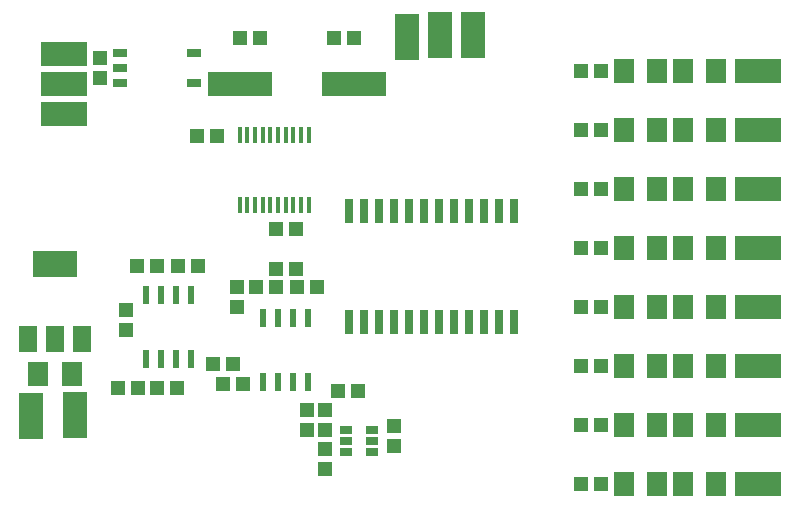
<source format=gbr>
G04 #@! TF.GenerationSoftware,KiCad,Pcbnew,5.0.0*
G04 #@! TF.CreationDate,2019-01-02T17:09:17-05:00*
G04 #@! TF.ProjectId,probe,70726F62652E6B696361645F70636200,rev?*
G04 #@! TF.SameCoordinates,Original*
G04 #@! TF.FileFunction,Soldermask,Top*
G04 #@! TF.FilePolarity,Negative*
%FSLAX46Y46*%
G04 Gerber Fmt 4.6, Leading zero omitted, Abs format (unit mm)*
G04 Created by KiCad (PCBNEW 5.0.0) date Wed Jan  2 17:09:17 2019*
%MOMM*%
%LPD*%
G01*
G04 APERTURE LIST*
%ADD10R,0.740000X2.140000*%
%ADD11R,1.303020X1.201420*%
%ADD12R,1.800860X2.001520*%
%ADD13R,1.201420X1.303020*%
%ADD14R,2.000000X4.000000*%
%ADD15R,0.600000X1.550000*%
%ADD16R,4.000000X2.000000*%
%ADD17R,5.537200X2.133600*%
%ADD18R,0.450000X1.450000*%
%ADD19R,1.060000X0.650000*%
%ADD20R,1.200000X0.800000*%
%ADD21R,1.500000X2.200000*%
%ADD22R,3.800000X2.200000*%
G04 APERTURE END LIST*
D10*
G04 #@! TO.C,U6*
X89265000Y-161500000D03*
X103235000Y-152100000D03*
X90535000Y-161500000D03*
X91805000Y-161500000D03*
X93075000Y-161500000D03*
X94345000Y-161500000D03*
X95615000Y-161500000D03*
X96885000Y-161500000D03*
X98155000Y-161500000D03*
X99425000Y-161500000D03*
X100695000Y-161500000D03*
X101965000Y-161500000D03*
X103235000Y-161500000D03*
X101965000Y-152100000D03*
X100695000Y-152100000D03*
X99425000Y-152100000D03*
X98155000Y-152100000D03*
X96885000Y-152100000D03*
X95615000Y-152100000D03*
X94345000Y-152100000D03*
X93075000Y-152100000D03*
X91805000Y-152100000D03*
X90535000Y-152100000D03*
X89265000Y-152100000D03*
G04 #@! TD*
D11*
G04 #@! TO.C,C11*
X90048360Y-167300000D03*
X88351640Y-167300000D03*
G04 #@! TD*
G04 #@! TO.C,C10*
X84848360Y-153600000D03*
X83151640Y-153600000D03*
G04 #@! TD*
G04 #@! TO.C,R61*
X74711421Y-167063901D03*
X73014701Y-167063901D03*
G04 #@! TD*
G04 #@! TO.C,R60*
X74851640Y-156723901D03*
X76548360Y-156723901D03*
G04 #@! TD*
G04 #@! TO.C,R59*
X71471421Y-167063901D03*
X69774701Y-167063901D03*
G04 #@! TD*
G04 #@! TO.C,R58*
X71374701Y-156723901D03*
X73071421Y-156723901D03*
G04 #@! TD*
D12*
G04 #@! TO.C,C8*
X65799540Y-165850000D03*
X63000460Y-165850000D03*
G04 #@! TD*
D13*
G04 #@! TO.C,C7*
X85750000Y-170650000D03*
X85750000Y-168953280D03*
G04 #@! TD*
G04 #@! TO.C,C6*
X87250000Y-173948360D03*
X87250000Y-172251640D03*
G04 #@! TD*
D11*
G04 #@! TO.C,R56*
X86548360Y-158500000D03*
X84851640Y-158500000D03*
G04 #@! TD*
G04 #@! TO.C,R57*
X83103280Y-157000000D03*
X84800000Y-157000000D03*
G04 #@! TD*
D13*
G04 #@! TO.C,C9*
X70450000Y-162148360D03*
X70450000Y-160451640D03*
G04 #@! TD*
D14*
G04 #@! TO.C,J23*
X66100000Y-169350000D03*
G04 #@! TD*
G04 #@! TO.C,J24*
X62400000Y-169400000D03*
G04 #@! TD*
D11*
G04 #@! TO.C,R54*
X81451640Y-158500000D03*
X83148360Y-158500000D03*
G04 #@! TD*
D13*
G04 #@! TO.C,R55*
X79800000Y-158551640D03*
X79800000Y-160248360D03*
G04 #@! TD*
D14*
G04 #@! TO.C,J21*
X97000000Y-137200000D03*
G04 #@! TD*
G04 #@! TO.C,J22*
X99800000Y-137200000D03*
G04 #@! TD*
G04 #@! TO.C,J1*
X94200000Y-137330000D03*
G04 #@! TD*
D15*
G04 #@! TO.C,IC1*
X75905000Y-159200000D03*
X74635000Y-159200000D03*
X73365000Y-159200000D03*
X72095000Y-159200000D03*
X72095000Y-164600000D03*
X73365000Y-164600000D03*
X74635000Y-164600000D03*
X75905000Y-164600000D03*
G04 #@! TD*
G04 #@! TO.C,IC2*
X82035000Y-166530000D03*
X83305000Y-166530000D03*
X84575000Y-166530000D03*
X85845000Y-166530000D03*
X85845000Y-161130000D03*
X84575000Y-161130000D03*
X83305000Y-161130000D03*
X82035000Y-161130000D03*
G04 #@! TD*
D16*
G04 #@! TO.C,J20*
X65150000Y-143850000D03*
G04 #@! TD*
G04 #@! TO.C,J19*
X65150000Y-138750000D03*
G04 #@! TD*
G04 #@! TO.C,J18*
X65150000Y-141300000D03*
G04 #@! TD*
D11*
G04 #@! TO.C,R52*
X78651640Y-166700000D03*
X80348360Y-166700000D03*
G04 #@! TD*
G04 #@! TO.C,R53*
X79448360Y-165000000D03*
X77751640Y-165000000D03*
G04 #@! TD*
D17*
G04 #@! TO.C,Y1*
X89736000Y-141320000D03*
X80084000Y-141320000D03*
G04 #@! TD*
D16*
G04 #@! TO.C,J8*
X123900000Y-170200000D03*
G04 #@! TD*
G04 #@! TO.C,J7*
X123900000Y-165200000D03*
G04 #@! TD*
G04 #@! TO.C,J6*
X123900000Y-160200000D03*
G04 #@! TD*
G04 #@! TO.C,J5*
X123900000Y-155200000D03*
G04 #@! TD*
G04 #@! TO.C,J4*
X123900000Y-150200000D03*
G04 #@! TD*
G04 #@! TO.C,J3*
X123900000Y-145200000D03*
G04 #@! TD*
G04 #@! TO.C,J2*
X123900000Y-140200000D03*
G04 #@! TD*
G04 #@! TO.C,J9*
X123900000Y-175200000D03*
G04 #@! TD*
D12*
G04 #@! TO.C,R36*
X117600460Y-150200000D03*
X120399540Y-150200000D03*
G04 #@! TD*
G04 #@! TO.C,R41*
X117600460Y-175200000D03*
X120399540Y-175200000D03*
G04 #@! TD*
G04 #@! TO.C,R40*
X120399540Y-170200000D03*
X117600460Y-170200000D03*
G04 #@! TD*
G04 #@! TO.C,R39*
X117600460Y-165200000D03*
X120399540Y-165200000D03*
G04 #@! TD*
G04 #@! TO.C,R38*
X120399540Y-160200000D03*
X117600460Y-160200000D03*
G04 #@! TD*
G04 #@! TO.C,R37*
X117600460Y-155200000D03*
X120399540Y-155200000D03*
G04 #@! TD*
G04 #@! TO.C,R35*
X120399540Y-145200000D03*
X117600460Y-145200000D03*
G04 #@! TD*
G04 #@! TO.C,R34*
X117600460Y-140200000D03*
X120399540Y-140200000D03*
G04 #@! TD*
D11*
G04 #@! TO.C,R5*
X108951640Y-145200000D03*
X110648360Y-145200000D03*
G04 #@! TD*
G04 #@! TO.C,C2*
X81778360Y-137420000D03*
X80081640Y-137420000D03*
G04 #@! TD*
D13*
G04 #@! TO.C,C3*
X68250000Y-140848360D03*
X68250000Y-139151640D03*
G04 #@! TD*
G04 #@! TO.C,C4*
X93100000Y-170251640D03*
X93100000Y-171948360D03*
G04 #@! TD*
G04 #@! TO.C,C5*
X87250000Y-170648360D03*
X87250000Y-168951640D03*
G04 #@! TD*
D11*
G04 #@! TO.C,R1*
X78148360Y-145700000D03*
X76451640Y-145700000D03*
G04 #@! TD*
G04 #@! TO.C,R11*
X108951640Y-160200000D03*
X110648360Y-160200000D03*
G04 #@! TD*
G04 #@! TO.C,R13*
X110648360Y-165200000D03*
X108951640Y-165200000D03*
G04 #@! TD*
G04 #@! TO.C,R15*
X108951640Y-170200000D03*
X110648360Y-170200000D03*
G04 #@! TD*
G04 #@! TO.C,C1*
X89728360Y-137420000D03*
X88031640Y-137420000D03*
G04 #@! TD*
G04 #@! TO.C,R17*
X108951640Y-175200000D03*
X110648360Y-175200000D03*
G04 #@! TD*
G04 #@! TO.C,R9*
X110648360Y-155200000D03*
X108951640Y-155200000D03*
G04 #@! TD*
G04 #@! TO.C,R7*
X108951640Y-150200000D03*
X110648360Y-150200000D03*
G04 #@! TD*
G04 #@! TO.C,R3*
X108951640Y-140200000D03*
X110648360Y-140200000D03*
G04 #@! TD*
D12*
G04 #@! TO.C,R16*
X115399080Y-175200000D03*
X112600000Y-175200000D03*
G04 #@! TD*
G04 #@! TO.C,R14*
X115399080Y-170200000D03*
X112600000Y-170200000D03*
G04 #@! TD*
G04 #@! TO.C,R12*
X112600000Y-165200000D03*
X115399080Y-165200000D03*
G04 #@! TD*
G04 #@! TO.C,R10*
X115399080Y-160200000D03*
X112600000Y-160200000D03*
G04 #@! TD*
G04 #@! TO.C,R8*
X112600000Y-155200000D03*
X115399080Y-155200000D03*
G04 #@! TD*
G04 #@! TO.C,R2*
X115399080Y-140200000D03*
X112600000Y-140200000D03*
G04 #@! TD*
G04 #@! TO.C,R6*
X112600000Y-150200000D03*
X115399080Y-150200000D03*
G04 #@! TD*
G04 #@! TO.C,R4*
X115399080Y-145200000D03*
X112600000Y-145200000D03*
G04 #@! TD*
D18*
G04 #@! TO.C,U2*
X85875000Y-145650000D03*
X85225000Y-145650000D03*
X84575000Y-145650000D03*
X83925000Y-145650000D03*
X83275000Y-145650000D03*
X82625000Y-145650000D03*
X81975000Y-145650000D03*
X81325000Y-145650000D03*
X80675000Y-145650000D03*
X80025000Y-145650000D03*
X80025000Y-151550000D03*
X80675000Y-151550000D03*
X81325000Y-151550000D03*
X81975000Y-151550000D03*
X82625000Y-151550000D03*
X83275000Y-151550000D03*
X83925000Y-151550000D03*
X84575000Y-151550000D03*
X85225000Y-151550000D03*
X85875000Y-151550000D03*
G04 #@! TD*
D19*
G04 #@! TO.C,U4*
X89000000Y-170600000D03*
X89000000Y-171550000D03*
X89000000Y-172500000D03*
X91200000Y-172500000D03*
X91200000Y-170600000D03*
X91200000Y-171550000D03*
G04 #@! TD*
D20*
G04 #@! TO.C,U1*
X76210000Y-141280000D03*
X76210000Y-138740000D03*
X69910000Y-138740000D03*
X69910000Y-140010000D03*
X69910000Y-141280000D03*
G04 #@! TD*
D21*
G04 #@! TO.C,U5*
X66710000Y-162900000D03*
X64410000Y-162900000D03*
X62110000Y-162900000D03*
D22*
X64410000Y-156600000D03*
G04 #@! TD*
M02*

</source>
